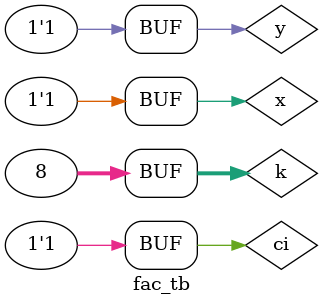
<source format=v>
module fac(
  input x, y, ci,
  output reg z, co
);
  always @ (*) begin
    z = x ^ y ^ ci;
    co = x&y | x&ci | y&ci;
  end
endmodule

module fac_tb;
  reg x, y, ci;
  wire z, co;
  
  fac inst1(.x(x), .y(y), .ci(ci), .z(z), .co(co));
  
  integer k;
  initial begin
    $display("time\tx\ty\tci\tco\tz");
    $monitor("%4t\t%b\t%b\t%b\t%b\t%b",$time,x, y, ci, co, z);
    {x, y, ci} = 0;
    for (k = 1; k < 8; k = k + 1)
      #10 {x, y, ci} = k;
    #10;
  end
endmodule
</source>
